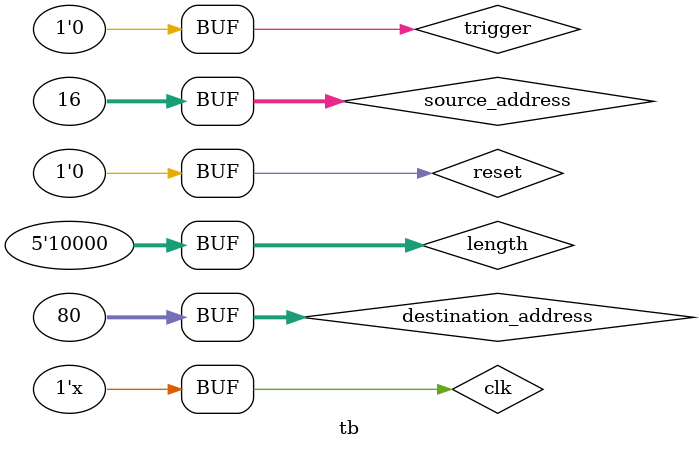
<source format=v>
`timescale 1ns / 1ps

module tb;

    reg clk, reset, trigger;
    reg [4:0] length;  // Total bytes to transfer
    reg [31:0] source_address, destination_address;
    wire done;

    // AXI4-Lite signals
    wire ARREADY, ARVALID;
    wire [31:0] ARADDR;
    wire RVALID, RREADY;
    wire [31:0] RDATA;
    wire AWREADY, AWVALID;
    wire [31:0] AWADDR;
    wire WREADY, WVALID;
    wire [31:0] WDATA;
    wire BVALID, BREADY;

    // Instantiate DMA Master
    dma_master uut (.clk(clk), .reset(reset), .trigger(trigger),
        .length(length), .source_address(source_address), .destination_address(destination_address),.done(done),
        .ARREADY(ARREADY), .ARVALID(ARVALID), .ARADDR(ARADDR),
        .RVALID(RVALID), .RREADY(RREADY), .RDATA(RDATA),
        .AWREADY(AWREADY), .AWVALID(AWVALID), .AWADDR(AWADDR),
        .WREADY(WREADY), .WVALID(WVALID), .WDATA(WDATA),
        .BVALID(BVALID), .BREADY(BREADY) );

    // Instantiate AXI4-Lite Synchronous Slave Memory
    axi_slave_memory  slave_mem(.clk(clk), .reset(reset),
        .ARADDR(ARADDR), .ARVALID(ARVALID), .ARREADY(ARREADY),
        .RDATA(RDATA), .RVALID(RVALID), .RREADY(RREADY),
        .AWADDR(AWADDR), .AWVALID(AWVALID), .AWREADY(AWREADY),
        .WDATA(WDATA), .WVALID(WVALID), .WREADY(WREADY),
        .BVALID(BVALID), .BREADY(BREADY) );

    // Clock Generation
    always #5 clk = ~clk;

    initial begin
        clk = 0;
        reset = 1;
        trigger = 0;
        length = 16; // 16 bytes -> 4 words
        source_address = 32'h00000010;
        destination_address = 32'h00000050;

        #20 reset = 0; // Release reset
        #10 trigger = 1;
        #10 trigger = 0;
        #500;

    end

endmodule

</source>
